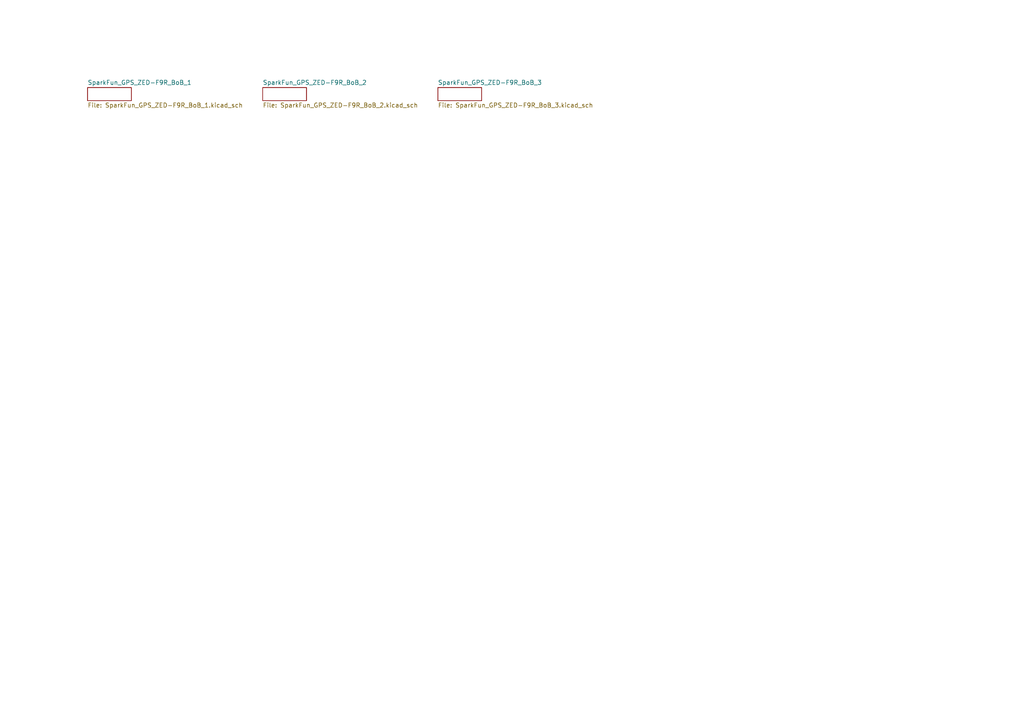
<source format=kicad_sch>
(kicad_sch (version 20230121) (generator eeschema)
  (paper "A4")
  (lib_symbols)
  (sheet (at 127 25.4) (size 12.7 3.81)
    (property "Sheetname" "SparkFun_GPS_ZED-F9R_BoB_3" (at 127 24.6884 0) (effects (justify left bottom)))
    (property "Sheetfile" "SparkFun_GPS_ZED-F9R_BoB_3.kicad_sch" (at 127 29.7946 0) (effects (justify left top)))
  )
  (sheet (at 76.2 25.4) (size 12.7 3.81)
    (property "Sheetname" "SparkFun_GPS_ZED-F9R_BoB_2" (at 76.2 24.6884 0) (effects (justify left bottom)))
    (property "Sheetfile" "SparkFun_GPS_ZED-F9R_BoB_2.kicad_sch" (at 76.2 29.7946 0) (effects (justify left top)))
  )
  (sheet (at 25.4 25.4) (size 12.7 3.81)
    (property "Sheetname" "SparkFun_GPS_ZED-F9R_BoB_1" (at 25.4 24.6884 0) (effects (justify left bottom)))
    (property "Sheetfile" "SparkFun_GPS_ZED-F9R_BoB_1.kicad_sch" (at 25.4 29.7946 0) (effects (justify left top)))
  )
)
</source>
